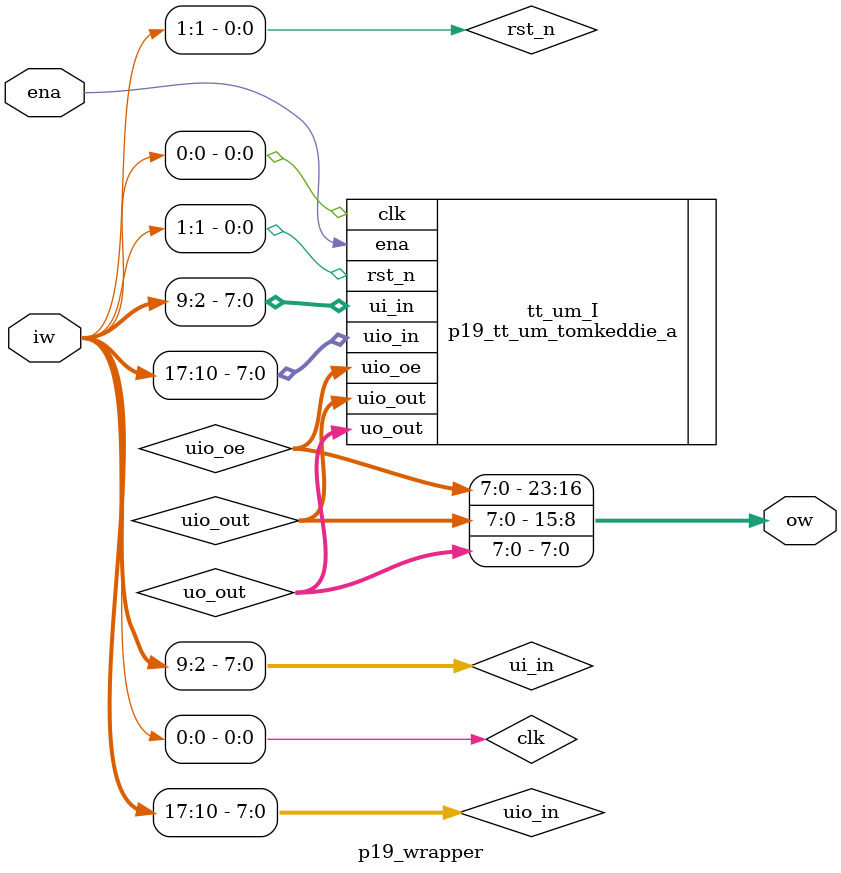
<source format=v>
`default_nettype none

module p19_wrapper (
  input wire ena,
  input wire [17:0] iw,
  output wire [23:0] ow
);

wire [7:0] uio_in;
wire [7:0] uio_out;
wire [7:0] uio_oe;
wire [7:0] uo_out;
wire [7:0] ui_in;
wire clk;
wire rst_n;

assign { uio_in, ui_in, rst_n, clk} = iw;
assign ow = { uio_oe, uio_out, uo_out };

p19_tt_um_tomkeddie_a tt_um_I (
  .uio_in  (uio_in),
  .uio_out (uio_out),
  .uio_oe  (uio_oe),
  .uo_out  (uo_out),
  .ui_in   (ui_in),
  .ena     (ena),
  .clk     (clk),
  .rst_n   (rst_n)
);

endmodule

</source>
